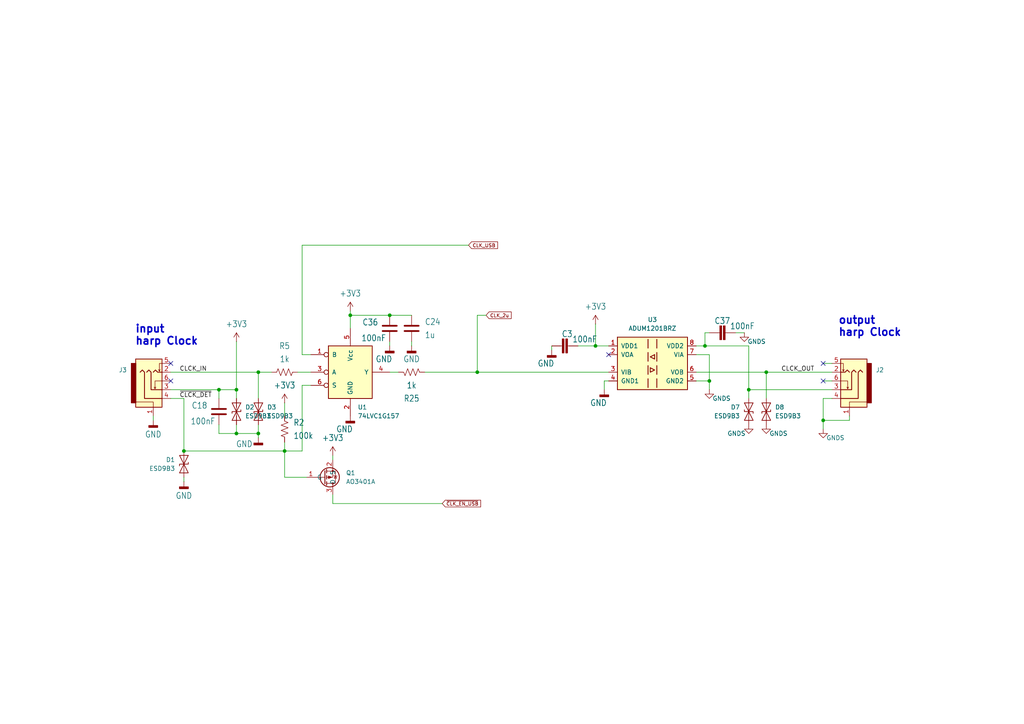
<source format=kicad_sch>
(kicad_sch (version 20250114) (generator "eeschema") (generator_version "9.0")
  (paper "A4")
  (lib_symbols
    (symbol "Connector_Audio:AudioJack3_Ground_SwitchTR"
      (property "Reference" "J3" (at -7.62 1.9049 0))
      (symbol "AudioJack3_Ground_SwitchTR_0_1"
        (rectangle (start -6.35 3.81) (end -5.08 -7.62) (stroke (width 0.254)) (fill (type outline)))
        (rectangle (start -5.08 5.08) (end 2.54 -8.89) (stroke (width 0.254)) (fill (type background)))
        (polyline (pts (xy -1.905 1.27) (xy -1.27 1.905) (xy -0.635 1.27) (xy -0.635 -3.81) (xy 2.54 -3.81)) (stroke (width 0.254)))
        (polyline (pts (xy 0 1.27) (xy 0.635 1.905) (xy 1.27 1.27) (xy 2.54 1.27)) (stroke (width 0.254)))
        (polyline (pts (xy 0 -8.89) (xy 0.0001 -7.3681) (xy -5.0799 -7.3681)))
        (polyline (pts (xy 0.508 -3.556) (xy 0.762 -3.048)))
        (polyline (pts (xy 1.778 1.524) (xy 2.032 2.032)))
        (polyline (pts (xy 2.54 3.81) (xy 1.778 3.81) (xy 1.778 1.524) (xy 1.524 2.032)))
        (polyline (pts (xy 2.54 -1.27) (xy 0.508 -1.27) (xy 0.508 -3.556) (xy 0.254 -3.048)))
        (polyline (pts (xy 2.54 -6.35) (xy -2.54 -6.35) (xy -2.54 1.27) (xy -3.175 1.905) (xy -3.81 1.27)) (stroke (width 0.254)))
      )
      (symbol "AudioJack3_Ground_SwitchTR_1_1"
        (pin passive line (at 0 -11.43 90) (length 2.54) (name "~") (number "1"))
        (pin passive line (at 5.08 3.81 180) (length 2.54) (name "~") (number "5"))
        (pin passive line (at 5.08 1.27 180) (length 2.54) (name "~") (number "2"))
        (pin passive line (at 5.08 -1.27 180) (length 2.54) (name "~") (number "6"))
        (pin passive line (at 5.08 -3.81 180) (length 2.54) (name "~") (number "3"))
        (pin passive line (at 5.08 -6.35 180) (length 2.54) (name "~") (number "4"))
      )
    )
    (symbol "Device:C" (pin_numbers (hide yes)) (pin_names (offset 0.254))
      (property "Reference" "C" (at 0.635 2.54 0))
      (property "Value" "C" (at 0.635 -2.54 0))
      (symbol "C_0_1"
        (polyline (pts (xy -2.032 0.762) (xy 2.032 0.762)) (stroke (width 0.508)))
        (polyline (pts (xy -2.032 -0.762) (xy 2.032 -0.762)) (stroke (width 0.508)))
      )
      (symbol "C_1_1"
        (pin passive line (at 0 3.81 270) (length 2.794) (name "~") (number "1"))
        (pin passive line (at 0 -3.81 90) (length 2.794) (name "~") (number "2"))
      )
    )
    (symbol "Device:R_US" (pin_numbers (hide yes)) (pin_names (offset 0))
      (property "Reference" "R" (at 2.54 0 90))
      (property "Value" "R_US" (at -2.54 0 90))
      (symbol "R_US_0_1"
        (polyline (pts (xy 0 2.286) (xy 0 2.54)))
        (polyline (pts (xy 0 2.286) (xy 1.016 1.905) (xy 0 1.524) (xy -1.016 1.143) (xy 0 0.762)))
        (polyline (pts (xy 0 0.762) (xy 1.016 0.381) (xy 0 0) (xy -1.016 -0.381) (xy 0 -0.762)))
        (polyline (pts (xy 0 -0.762) (xy 1.016 -1.143) (xy 0 -1.524) (xy -1.016 -1.905) (xy 0 -2.286)))
        (polyline (pts (xy 0 -2.286) (xy 0 -2.54)))
      )
      (symbol "R_US_1_1"
        (pin passive line (at 0 3.81 270) (length 1.27) (name "~") (number "1"))
        (pin passive line (at 0 -3.81 90) (length 1.27) (name "~") (number "2"))
      )
    )
    (symbol "Diode:ESD9B3.3ST5G" (pin_numbers (hide yes)) (pin_names (offset 1.016) (hide yes))
      (property "Reference" "D" (at 0 2.54 0))
      (property "Value" "ESD9B3.3ST5G" (at 0 -2.54 0))
      (symbol "ESD9B3.3ST5G_0_1"
        (polyline (pts (xy -2.54 -1.27) (xy 0 0) (xy -2.54 1.27) (xy -2.54 -1.27)) (stroke (width 0.2032)))
        (polyline (pts (xy 0.508 1.27) (xy 0 1.27) (xy 0 -1.27) (xy -0.508 -1.27)) (stroke (width 0.2032)))
        (polyline (pts (xy 1.27 0) (xy -1.27 0)))
        (polyline (pts (xy 2.54 1.27) (xy 2.54 -1.27) (xy 0 0) (xy 2.54 1.27)) (stroke (width 0.2032)))
      )
      (symbol "ESD9B3.3ST5G_1_1"
        (pin passive line (at -3.81 0 0) (length 2.54) (name "A1") (number "1"))
        (pin passive line (at 3.81 0 180) (length 2.54) (name "A2") (number "2"))
      )
    )
    (symbol "FastStepper SymbLib:74LVC1G157" (pin_names (offset 1.016))
      (property "Reference" "U" (at -6.35 8.89 0))
      (property "Value" "74LVC1G157" (at -6.35 -8.89 0))
      (symbol "74LVC1G157_1_0"
        (pin input inverted (at -11.43 5.08 0) (length 5.08) (name "B") (number "1"))
        (pin input inverted (at -11.43 0 0) (length 5.08) (name "A") (number "3"))
        (pin input inverted (at -11.43 -3.81 0) (length 5.08) (name "S") (number "6"))
        (pin power_in line (at 0 12.7 270) (length 5.08) (name "Vcc") (number "5"))
        (pin power_in line (at 0 -12.7 90) (length 5.08) (name "GND") (number "2"))
        (pin output line (at 11.43 0 180) (length 5.08) (name "Y") (number "4"))
      )
      (symbol "74LVC1G157_1_1"
        (rectangle (start -6.35 7.62) (end 6.35 -7.62) (stroke (width 0.254)) (fill (type background)))
      )
    )
    (symbol "FastStepper SymbLib:AO3401A"
      (property "Reference" "Q" (at 5.08 1.905 0))
      (property "Value" "AO3401A" (at 5.08 0 0))
      (symbol "AO3401A_0_1"
        (polyline (pts (xy 0.254 1.905) (xy 0.254 -1.905)) (stroke (width 0.254)))
        (polyline (pts (xy 0.254 0) (xy -2.54 0)))
        (polyline (pts (xy 0.762 2.286) (xy 0.762 1.27)) (stroke (width 0.254)))
        (polyline (pts (xy 0.762 1.778) (xy 3.302 1.778) (xy 3.302 -1.778) (xy 0.762 -1.778)))
        (polyline (pts (xy 0.762 0.508) (xy 0.762 -0.508)) (stroke (width 0.254)))
        (polyline (pts (xy 0.762 -1.27) (xy 0.762 -2.286)) (stroke (width 0.254)))
        (circle (center 1.651 0) (radius 2.794) (stroke (width 0.254)))
        (polyline (pts (xy 2.286 0) (xy 1.27 0.381) (xy 1.27 -0.381) (xy 2.286 0)) (fill (type outline)))
        (polyline (pts (xy 2.54 2.54) (xy 2.54 1.778)))
        (circle (center 2.54 1.778) (radius 0.254) (fill (type outline)))
        (circle (center 2.54 -1.778) (radius 0.254) (fill (type outline)))
        (polyline (pts (xy 2.54 -2.54) (xy 2.54 0) (xy 0.762 0)))
        (polyline (pts (xy 2.794 -0.508) (xy 2.921 -0.381) (xy 3.683 -0.381) (xy 3.81 -0.254)))
        (polyline (pts (xy 3.302 -0.381) (xy 2.921 0.254) (xy 3.683 0.254) (xy 3.302 -0.381)))
      )
      (symbol "AO3401A_1_1"
        (pin input line (at -5.08 0 0) (length 2.54) (name "G") (number "1"))
        (pin passive line (at 2.54 5.08 270) (length 2.54) (name "D") (number "3"))
        (pin passive line (at 2.54 -5.08 90) (length 2.54) (name "S") (number "2"))
      )
    )
    (symbol "Isolator:ADuM1201BR" (pin_names (offset 1.016))
      (property "Reference" "U" (at -10.16 8.89 0))
      (property "Value" "ADuM1201BR" (at -2.032 8.89 0))
      (symbol "ADuM1201BR_0_1"
        (rectangle (start -10.16 7.62) (end 10.16 -7.62) (stroke (width 0.254)) (fill (type background)))
        (polyline (pts (xy -1.27 6.985) (xy -1.27 4.445)) (stroke (width 0.254)))
        (polyline (pts (xy -1.27 3.175) (xy -1.27 0.635)) (stroke (width 0.254)))
        (polyline (pts (xy -1.27 -0.635) (xy -1.27 -3.175)) (stroke (width 0.254)))
        (polyline (pts (xy -1.27 -4.445) (xy -1.27 -6.985)) (stroke (width 0.254)))
        (polyline (pts (xy -0.635 -1.27) (xy -0.635 -2.54) (xy 0.635 -1.905) (xy -0.635 -1.27)) (stroke (width 0.254)))
        (polyline (pts (xy 0.635 2.54) (xy 0.635 1.27) (xy -0.635 1.905) (xy 0.635 2.54)) (stroke (width 0.254)))
        (polyline (pts (xy 1.27 6.985) (xy 1.27 4.445)) (stroke (width 0.254)))
        (polyline (pts (xy 1.27 3.175) (xy 1.27 0.635)) (stroke (width 0.254)))
        (polyline (pts (xy 1.27 -0.635) (xy 1.27 -3.175)) (stroke (width 0.254)))
        (polyline (pts (xy 1.27 -4.445) (xy 1.27 -6.985)) (stroke (width 0.254)))
      )
      (symbol "ADuM1201BR_1_1"
        (pin power_in line (at -12.7 5.08 0) (length 2.54) (name "VDD1") (number "1"))
        (pin output line (at -12.7 2.54 0) (length 2.54) (name "VOA") (number "2"))
        (pin input line (at -12.7 -2.54 0) (length 2.54) (name "VIB") (number "3"))
        (pin power_in line (at -12.7 -5.08 0) (length 2.54) (name "GND1") (number "4"))
        (pin power_in line (at 12.7 5.08 180) (length 2.54) (name "VDD2") (number "8"))
        (pin input line (at 12.7 2.54 180) (length 2.54) (name "VIA") (number "7"))
        (pin output line (at 12.7 -2.54 180) (length 2.54) (name "VOB") (number "6"))
        (pin power_in line (at 12.7 -5.08 180) (length 2.54) (name "GND2") (number "5"))
      )
    )
    (symbol "VestibularH2-eagle-import:C-EUC0402K"
      (property "Reference" "C" (at 1.524 0.381 0))
      (symbol "C-EUC0402K_1_0"
        (rectangle (start -2.032 -1.016) (end 2.032 -0.508) (fill (type outline)))
        (rectangle (start -2.032 -1.016) (end 2.032 -0.508) (fill (type outline)))
        (rectangle (start -2.032 -2.032) (end 2.032 -1.524) (fill (type outline)))
        (rectangle (start -2.032 -2.032) (end 2.032 -1.524) (fill (type outline)))
        (polyline (pts (xy 0 0) (xy 0 -0.508)) (stroke (width 0.1524)))
        (polyline (pts (xy 0 -2.54) (xy 0 -2.032)) (stroke (width 0.1524)))
        (pin passive line (at 0 2.54 270) (length 2.54) (name "1") (number "1"))
        (pin passive line (at 0 -5.08 90) (length 2.54) (name "2") (number "2"))
      )
    )
    (symbol "power:+3V3" (power) (pin_numbers (hide yes)) (pin_names (offset 0) (hide yes))
      (property "Value" "+3V3" (at 0 3.556 0))
      (symbol "+3V3_0_1"
        (polyline (pts (xy -0.762 1.27) (xy 0 2.54)))
        (polyline (pts (xy 0 2.54) (xy 0.762 1.27)))
        (polyline (pts (xy 0 0) (xy 0 2.54)))
      )
      (symbol "+3V3_1_1"
        (pin power_in line (at 0 0 90) (length 0) (name "~") (number "1"))
      )
    )
    (symbol "power:GNDD" (power) (pin_numbers (hide yes)) (pin_names (offset 0) (hide yes))
      (property "Value" "GNDD" (at 0 -3.175 0))
      (symbol "GNDD_0_1"
        (rectangle (start -1.27 -1.524) (end 1.27 -2.032) (stroke (width 0.254)) (fill (type outline)))
        (polyline (pts (xy 0 0) (xy 0 -1.524)))
      )
      (symbol "GNDD_1_1"
        (pin power_in line (at 0 0 270) (length 0) (name "~") (number "1"))
      )
    )
    (symbol "power:GNDS" (power) (pin_numbers (hide yes)) (pin_names (offset 0) (hide yes))
      (property "Value" "GNDS" (at 0 -3.81 0))
      (symbol "GNDS_0_1"
        (polyline (pts (xy 0 0) (xy 0 -1.27) (xy 1.27 -1.27) (xy 0 -2.54) (xy -1.27 -1.27) (xy 0 -1.27)))
      )
      (symbol "GNDS_1_1"
        (pin power_in line (at 0 0 270) (length 0) (name "~") (number "1"))
      )
    )
  )
  (text "output\nharp Clock" (at 243.078 97.79 0) (effects (font (size 2.1844 2.1844) (thickness 0.4369) (bold yes)) (justify left bottom)))
  (text "input\nharp Clock" (at 39.116 100.33 0) (effects (font (size 2.1844 2.1844) (thickness 0.4369) (bold yes)) (justify left bottom)))
  (junction (at 204.47 100.33))
  (junction (at 63.5 113.03))
  (junction (at 172.72 100.33))
  (junction (at 205.74 110.49))
  (junction (at 113.03 91.44))
  (junction (at 74.93 107.95))
  (junction (at 68.58 113.03))
  (junction (at 68.58 125.73))
  (junction (at 217.17 113.03))
  (junction (at 74.93 125.73))
  (junction (at 238.76 121.92))
  (junction (at 222.25 107.95))
  (junction (at 138.43 107.95))
  (junction (at 101.6 91.44))
  (junction (at 53.34 130.81))
  (junction (at 82.55 130.81))
  (no_connect (at 238.76 105.41))
  (no_connect (at 49.53 110.49))
  (no_connect (at 176.53 102.87))
  (no_connect (at 49.53 105.41))
  (no_connect (at 238.76 110.49))
  (wire (pts (xy 222.25 107.95) (xy 222.25 115.57)))
  (wire (pts (xy 201.93 107.95) (xy 222.25 107.95)))
  (wire (pts (xy 238.76 105.41) (xy 241.3 105.41)))
  (wire (pts (xy 241.3 115.57) (xy 238.76 115.57)))
  (wire (pts (xy 87.63 111.76) (xy 90.17 111.76)))
  (wire (pts (xy 63.5 123.19) (xy 63.5 125.73)))
  (wire (pts (xy 119.38 99.06) (xy 119.38 100.33)) (stroke (width 0.1524)))
  (wire (pts (xy 238.76 121.92) (xy 246.38 121.92)))
  (wire (pts (xy 101.6 91.44) (xy 101.6 95.25)))
  (wire (pts (xy 53.34 139.7) (xy 53.34 138.43)))
  (wire (pts (xy 217.17 113.03) (xy 241.3 113.03)))
  (wire (pts (xy 90.17 102.87) (xy 87.63 102.87)))
  (wire (pts (xy 96.52 146.05) (xy 128.27 146.05)))
  (wire (pts (xy 201.93 100.33) (xy 204.47 100.33)))
  (wire (pts (xy 205.74 110.49) (xy 205.74 113.03)))
  (wire (pts (xy 82.55 116.84) (xy 82.55 120.65)))
  (wire (pts (xy 222.25 107.95) (xy 241.3 107.95)))
  (wire (pts (xy 217.17 115.57) (xy 217.17 113.03)))
  (wire (pts (xy 172.72 100.33) (xy 172.72 93.98)))
  (wire (pts (xy 101.6 91.44) (xy 113.03 91.44)))
  (wire (pts (xy 90.17 107.95) (xy 86.36 107.95)))
  (wire (pts (xy 49.53 107.95) (xy 74.93 107.95)))
  (wire (pts (xy 49.53 113.03) (xy 63.5 113.03)))
  (wire (pts (xy 205.74 102.87) (xy 205.74 110.49)))
  (wire (pts (xy 238.76 115.57) (xy 238.76 121.92)))
  (wire (pts (xy 138.43 91.44) (xy 138.43 107.95)))
  (wire (pts (xy 82.55 128.27) (xy 82.55 130.81)))
  (wire (pts (xy 113.03 100.33) (xy 113.03 99.06)))
  (wire (pts (xy 74.93 107.95) (xy 78.74 107.95)))
  (wire (pts (xy 74.93 125.73) (xy 74.93 123.19)))
  (wire (pts (xy 113.03 107.95) (xy 115.57 107.95)))
  (wire (pts (xy 68.58 123.19) (xy 68.58 125.73)))
  (wire (pts (xy 204.47 96.52) (xy 205.74 96.52)))
  (wire (pts (xy 140.97 91.44) (xy 138.43 91.44)))
  (wire (pts (xy 82.55 130.81) (xy 87.63 130.81)))
  (wire (pts (xy 213.36 96.52) (xy 215.9 96.52)) (stroke (width 0.1524)))
  (wire (pts (xy 87.63 102.87) (xy 87.63 71.12)))
  (wire (pts (xy 201.93 102.87) (xy 205.74 102.87)))
  (wire (pts (xy 238.76 110.49) (xy 241.3 110.49)))
  (wire (pts (xy 175.26 110.49) (xy 176.53 110.49)))
  (wire (pts (xy 123.19 107.95) (xy 138.43 107.95)))
  (wire (pts (xy 63.5 125.73) (xy 68.58 125.73)))
  (wire (pts (xy 53.34 115.57) (xy 53.34 130.81)))
  (wire (pts (xy 68.58 99.06) (xy 68.58 113.03)))
  (wire (pts (xy 204.47 100.33) (xy 204.47 96.52)))
  (wire (pts (xy 63.5 113.03) (xy 63.5 115.57)))
  (wire (pts (xy 204.47 100.33) (xy 217.17 100.33)))
  (wire (pts (xy 138.43 107.95) (xy 176.53 107.95)))
  (wire (pts (xy 68.58 113.03) (xy 68.58 115.57)))
  (wire (pts (xy 82.55 130.81) (xy 82.55 138.43)))
  (wire (pts (xy 167.64 100.33) (xy 172.72 100.33)))
  (wire (pts (xy 176.53 100.33) (xy 172.72 100.33)))
  (wire (pts (xy 175.26 113.03) (xy 175.26 110.49)))
  (wire (pts (xy 205.74 110.49) (xy 201.93 110.49)))
  (wire (pts (xy 49.53 115.57) (xy 53.34 115.57)))
  (wire (pts (xy 87.63 71.12) (xy 135.89 71.12)))
  (wire (pts (xy 87.63 130.81) (xy 87.63 111.76)))
  (wire (pts (xy 96.52 132.08) (xy 96.52 133.35)))
  (wire (pts (xy 82.55 130.81) (xy 53.34 130.81)))
  (wire (pts (xy 63.5 113.03) (xy 68.58 113.03)))
  (wire (pts (xy 74.93 125.73) (xy 74.93 127)))
  (wire (pts (xy 246.38 121.92) (xy 246.38 120.65)))
  (wire (pts (xy 238.76 121.92) (xy 238.76 124.46)))
  (wire (pts (xy 44.45 121.92) (xy 44.45 120.65)))
  (wire (pts (xy 96.52 143.51) (xy 96.52 146.05)))
  (wire (pts (xy 82.55 138.43) (xy 88.9 138.43)))
  (wire (pts (xy 113.03 91.44) (xy 119.38 91.44)))
  (wire (pts (xy 101.6 90.17) (xy 101.6 91.44)))
  (wire (pts (xy 74.93 115.57) (xy 74.93 107.95)))
  (wire (pts (xy 217.17 113.03) (xy 217.17 100.33)))
  (wire (pts (xy 68.58 125.73) (xy 74.93 125.73)))
  (wire (pts (xy 160.02 100.33) (xy 160.02 101.6)))
  (label "~{CLCK_DET}" (at 52.07 115.57 0))
  (label "CLCK_OUT" (at 236.22 107.95 180))
  (label "CLCK_IN" (at 52.07 107.95 0))
  (global_label "CLK_USB" (shape input) (at 135.89 71.12 0) (effects (font (size 0.9957 0.9957))) (property "Intersheetrefs" "${INTERSHEET_REFS}" (effects (hide yes))))
  (global_label "CLK_2u" (shape input) (at 140.97 91.44 0) (effects (font (size 0.9957 0.9957))) (property "Intersheetrefs" "${INTERSHEET_REFS}" (effects (hide yes))))
  (global_label "~{CLK_EN_USB}" (shape input) (at 128.27 146.05 0) (effects (font (size 0.9957 0.9957))) (property "Intersheetrefs" "${INTERSHEET_REFS}" (effects (hide yes))))
  (symbol (lib_id "Device:C") (at 63.5 119.38 0) (mirror x) (unit 1)
    (property "Reference" "C18" (at 60.198 117.602 0) (effects (font (size 1.778 1.5113)) (justify right)))
    (property "Value" "100nF" (at 62.484 122.174 0) (effects (font (size 1.778 1.5113)) (justify right)))
    (property "Footprint" "Capacitor_SMD:C_0402_1005Metric" (effects (hide yes)))
    (property "MPN" "CGA2B3X7R1H104K050BB" (effects (hide yes)))
    (property "OEPSPN" "OEPS010016" (effects (hide yes)))
  )
  (symbol (lib_id "Diode:ESD9B3.3ST5G") (at 68.58 119.38 270) (mirror x) (unit 1)
    (property "Reference" "D2" (at 71.12 118.1099 90) (effects (justify left)))
    (property "Value" "ESD9B3" (at 71.12 120.6499 90) (effects (justify left)))
    (property "Footprint" "Diode_SMD:D_SOD-923" (effects (hide yes)))
    (property "Datasheet" "https://www.onsemi.com/pub/Collateral/ESD9B-D.PDF" (effects (hide yes)))
    (property "Description" "ESD protection diode, 3.3Vrwm, SOD-923" (effects (hide yes)))
    (property "OEPSPN" "OEPS030039" (effects (hide yes)))
    (property "MPN" "ESD9B3.3ST5G" (effects (hide yes)))
  )
  (symbol (lib_id "power:GNDD") (at 44.45 121.92 0) (unit 1)
    (property "Reference" "#GND143" (effects (hide yes)))
    (property "Value" "GND" (at 44.45 125.984 0) (effects (font (size 1.778 1.5113))))
  )
  (symbol (lib_id "power:GNDS") (at 238.76 124.46 0) (unit 1)
    (property "Reference" "#PWR015" (effects (hide yes)))
    (property "Value" "GNDS" (at 242.316 127 0))
    (property "Description" "Power symbol creates a global label with name \"GNDS\" , signal ground" (effects (hide yes)))
  )
  (symbol (lib_id "FastStepper SymbLib:AO3401A") (at 93.98 138.43 0) (mirror x) (unit 1)
    (property "Reference" "Q1" (at 100.33 137.1599 0) (effects (justify left)))
    (property "Value" "AO3401A" (at 100.33 139.6999 0) (effects (justify left)))
    (property "Footprint" "Package_TO_SOT_SMD:TSOT-23" (effects (hide yes)))
    (property "Description" "30V P-Channel MOSFET" (effects (hide yes)))
    (property "OEPSPN" "OEPS060021" (effects (hide yes)))
    (property "MPN" "AO3401A" (effects (hide yes)))
  )
  (symbol (lib_id "Diode:ESD9B3.3ST5G") (at 53.34 134.62 270) (mirror x) (unit 1)
    (property "Reference" "D1" (at 50.8 133.3499 90) (effects (justify right)))
    (property "Value" "ESD9B3" (at 50.8 135.8899 90) (effects (justify right)))
    (property "Footprint" "Diode_SMD:D_SOD-923" (effects (hide yes)))
    (property "Datasheet" "https://www.onsemi.com/pub/Collateral/ESD9B-D.PDF" (effects (hide yes)))
    (property "Description" "ESD protection diode, 3.3Vrwm, SOD-923" (effects (hide yes)))
    (property "OEPSPN" "OEPS030039" (effects (hide yes)))
    (property "MPN" "ESD9B3.3ST5G" (effects (hide yes)))
  )
  (symbol (lib_id "power:+3V3") (at 172.72 93.98 0) (unit 1)
    (property "Reference" "#+3V022" (effects (hide yes)))
    (property "Value" "+3V3" (at 172.72 88.9 0) (effects (font (size 1.778 1.5113))))
  )
  (symbol (lib_id "Connector_Audio:AudioJack3_Ground_SwitchTR") (at 44.45 109.22 0) (unit 1)
    (property "Reference" "J3" (at 36.83 107.3151 0) (effects (justify right)))
    (property "Value" "PJ-316A-6A" (effects (hide yes)))
    (property "Footprint" "FastStepper PCBLib:Jack_3.5mm_PJ316A_Horizontal" (effects (hide yes)))
    (property "Description" "3.5mm Headphone Jack 30V 500mA SMD Audio Connectors ROHS" (effects (hide yes)))
    (property "MPN" "PJ-316A-6A" (effects (hide yes)))
    (property "OEPSPN" "OEPS070129" (effects (hide yes)))
  )
  (symbol (lib_id "power:GNDS") (at 222.25 123.19 0) (unit 1)
    (property "Reference" "#PWR019" (effects (hide yes)))
    (property "Value" "GNDS" (at 225.806 125.73 0))
    (property "Description" "Power symbol creates a global label with name \"GNDS\" , signal ground" (effects (hide yes)))
  )
  (symbol (lib_id "Device:R_US") (at 119.38 107.95 270) (mirror x) (unit 1)
    (property "Reference" "R25" (at 119.38 115.57 90) (effects (font (size 1.778 1.5113))))
    (property "Value" "1k" (at 119.38 111.76 90) (effects (font (size 1.778 1.5113))))
    (property "Footprint" "Resistor_SMD:R_0402_1005Metric" (effects (hide yes)))
    (property "MPN" "ERJ-2RKF1001X" (effects (hide yes)))
    (property "OEPSPN" "OEPS020006" (effects (hide yes)))
  )
  (symbol (lib_id "Connector_Audio:AudioJack3_Ground_SwitchTR") (at 246.38 109.22 0) (mirror y) (unit 1)
    (property "Reference" "J2" (at 254 107.3151 0) (effects (justify right)))
    (property "Value" "PJ-316A-6A" (effects (hide yes)))
    (property "Footprint" "FastStepper PCBLib:Jack_3.5mm_PJ316A_Horizontal" (effects (hide yes)))
    (property "Description" "3.5mm Headphone Jack 30V 500mA SMD Audio Connectors ROHS" (effects (hide yes)))
    (property "MPN" "PJ-316A-6A" (effects (hide yes)))
    (property "OEPSPN" "OEPS070129" (effects (hide yes)))
  )
  (symbol (lib_id "Device:R_US") (at 82.55 107.95 270) (unit 1)
    (property "Reference" "R5" (at 82.55 100.33 90) (effects (font (size 1.778 1.5113))))
    (property "Value" "1k" (at 82.55 104.14 90) (effects (font (size 1.778 1.5113))))
    (property "Footprint" "Resistor_SMD:R_0402_1005Metric" (effects (hide yes)))
    (property "MPN" "ERJ-2RKF1001X" (effects (hide yes)))
    (property "OEPSPN" "OEPS020006" (effects (hide yes)))
  )
  (symbol (lib_id "FastStepper SymbLib:74LVC1G157") (at 101.6 107.95 0) (unit 1)
    (property "Reference" "U1" (at 103.7433 118.11 0) (effects (justify left)))
    (property "Value" "74LVC1G157" (at 103.7433 120.65 0) (effects (justify left)))
    (property "Footprint" "Package_SO:TSOP-6_1.65x3.05mm_P0.95mm" (effects (hide yes)))
    (property "Description" "single 2-input multiplexer" (effects (hide yes)))
    (property "MPN" "74LVC1G157GV,125" (effects (hide yes)))
    (property "OEPSPN" "OEPS080170" (effects (hide yes)))
  )
  (symbol (lib_id "Isolator:ADuM1201BR") (at 189.23 105.41 0) (unit 1)
    (property "Reference" "U3" (at 189.23 92.71 0))
    (property "Value" "ADUM1201BRZ" (at 189.23 95.25 0))
    (property "Footprint" "Package_SO:SOIC-8_3.9x4.9mm_P1.27mm" (effects (hide yes)))
    (property "Datasheet" "https://www.analog.com/static/imported-files/data_sheets/ADuM1200_1201.pdf" (effects (hide yes)))
    (property "Description" "Dual-Channel Digital Isolator, 10Mbps 50ns, bidirectional communication, 3V/5V level translation, SOIC-8" (effects (hide yes)))
    (property "OEPSPN" "OEPS080172" (effects (hide yes)))
    (property "MPN" "ADUM1201BRZ" (effects (hide yes)))
  )
  (symbol (lib_id "power:GNDD") (at 175.26 113.03 0) (unit 1)
    (property "Reference" "#GND080" (effects (hide yes)))
    (property "Value" "GND" (at 176.022 116.84 0) (effects (font (size 1.778 1.5113)) (justify right)))
  )
  (symbol (lib_id "Diode:ESD9B3.3ST5G") (at 74.93 119.38 270) (mirror x) (unit 1)
    (property "Reference" "D3" (at 77.47 118.1099 90) (effects (justify left)))
    (property "Value" "ESD9B3" (at 77.47 120.6499 90) (effects (justify left)))
    (property "Footprint" "Diode_SMD:D_SOD-923" (effects (hide yes)))
    (property "Datasheet" "https://www.onsemi.com/pub/Collateral/ESD9B-D.PDF" (effects (hide yes)))
    (property "Description" "ESD protection diode, 3.3Vrwm, SOD-923" (effects (hide yes)))
    (property "OEPSPN" "OEPS030039" (effects (hide yes)))
    (property "MPN" "ESD9B3.3ST5G" (effects (hide yes)))
  )
  (symbol (lib_id "power:GNDD") (at 119.38 100.33 0) (unit 1)
    (property "Reference" "#GND55" (effects (hide yes)))
    (property "Value" "GND" (at 119.38 104.14 0) (effects (font (size 1.778 1.5113))))
  )
  (symbol (lib_id "power:GNDD") (at 113.03 100.33 0) (unit 1)
    (property "Reference" "#GND012" (effects (hide yes)))
    (property "Value" "GND" (at 113.792 104.14 0) (effects (font (size 1.778 1.5113)) (justify right)))
  )
  (symbol (lib_id "power:GNDD") (at 53.34 139.7 0) (unit 1)
    (property "Reference" "#GND075" (effects (hide yes)))
    (property "Value" "GND" (at 53.34 143.764 0) (effects (font (size 1.778 1.5113))))
  )
  (symbol (lib_id "Diode:ESD9B3.3ST5G") (at 217.17 119.38 90) (unit 1)
    (property "Reference" "D7" (at 214.63 118.1099 90) (effects (justify left)))
    (property "Value" "ESD9B3" (at 214.63 120.6499 90) (effects (justify left)))
    (property "Footprint" "Diode_SMD:D_SOD-923" (effects (hide yes)))
    (property "Datasheet" "https://www.onsemi.com/pub/Collateral/ESD9B-D.PDF" (effects (hide yes)))
    (property "Description" "ESD protection diode, 3.3Vrwm, SOD-923" (effects (hide yes)))
    (property "OEPSPN" "OEPS030039" (effects (hide yes)))
    (property "MPN" "ESD9B3.3ST5G" (effects (hide yes)))
  )
  (symbol (lib_id "power:+3V3") (at 82.55 116.84 0) (unit 1)
    (property "Reference" "#+3V020" (effects (hide yes)))
    (property "Value" "+3V3" (at 82.55 111.76 0) (effects (font (size 1.778 1.5113))))
  )
  (symbol (lib_id "Diode:ESD9B3.3ST5G") (at 222.25 119.38 270) (mirror x) (unit 1)
    (property "Reference" "D8" (at 224.79 118.1099 90) (effects (justify left)))
    (property "Value" "ESD9B3" (at 224.79 120.6499 90) (effects (justify left)))
    (property "Footprint" "Diode_SMD:D_SOD-923" (effects (hide yes)))
    (property "Datasheet" "https://www.onsemi.com/pub/Collateral/ESD9B-D.PDF" (effects (hide yes)))
    (property "Description" "ESD protection diode, 3.3Vrwm, SOD-923" (effects (hide yes)))
    (property "OEPSPN" "OEPS030039" (effects (hide yes)))
    (property "MPN" "ESD9B3.3ST5G" (effects (hide yes)))
  )
  (symbol (lib_id "power:GNDD") (at 101.6 120.65 0) (unit 1)
    (property "Reference" "#GND056" (effects (hide yes)))
    (property "Value" "GND" (at 102.362 124.46 0) (effects (font (size 1.778 1.5113)) (justify right)))
  )
  (symbol (lib_id "power:+3V3") (at 68.58 99.06 0) (unit 1)
    (property "Reference" "#+3V03" (effects (hide yes)))
    (property "Value" "+3V3" (at 68.58 93.98 0) (effects (font (size 1.778 1.5113))))
  )
  (symbol (lib_id "power:+3V3") (at 101.6 90.17 0) (unit 1)
    (property "Reference" "#+3V019" (effects (hide yes)))
    (property "Value" "+3V3" (at 101.6 85.09 0) (effects (font (size 1.778 1.5113))))
  )
  (symbol (lib_id "power:GNDS") (at 205.74 113.03 0) (unit 1)
    (property "Reference" "#PWR014" (effects (hide yes)))
    (property "Value" "GNDS" (at 209.296 115.57 0))
    (property "Description" "Power symbol creates a global label with name \"GNDS\" , signal ground" (effects (hide yes)))
  )
  (symbol (lib_id "Device:C") (at 113.03 95.25 0) (mirror x) (unit 1)
    (property "Reference" "C36" (at 109.728 93.472 0) (effects (font (size 1.778 1.5113)) (justify right)))
    (property "Value" "100nF" (at 112.014 98.044 0) (effects (font (size 1.778 1.5113)) (justify right)))
    (property "Footprint" "Capacitor_SMD:C_0402_1005Metric" (effects (hide yes)))
    (property "MPN" "CGA2B3X7R1H104K050BB" (effects (hide yes)))
    (property "OEPSPN" "OEPS010016" (effects (hide yes)))
  )
  (symbol (lib_id "power:+3V3") (at 96.52 132.08 0) (unit 1)
    (property "Reference" "#+3V021" (effects (hide yes)))
    (property "Value" "+3V3" (at 96.52 127 0) (effects (font (size 1.778 1.5113))))
  )
  (symbol (lib_id "Device:R_US") (at 82.55 124.46 0) (unit 1)
    (property "Reference" "R2" (at 85.09 122.555 0) (effects (font (size 1.778 1.5113)) (justify left)))
    (property "Value" "100k" (at 85.09 126.365 0) (effects (font (size 1.778 1.5113)) (justify left)))
    (property "Footprint" "Resistor_SMD:R_0402_1005Metric" (effects (hide yes)))
    (property "MPN" "ERJ-2RKF1003X" (effects (hide yes)))
    (property "OEPSPN" "OEPS020019" (effects (hide yes)))
  )
  (symbol (lib_id "power:GNDS") (at 215.9 96.52 0) (unit 1)
    (property "Reference" "#PWR013" (effects (hide yes)))
    (property "Value" "GNDS" (at 219.456 99.06 0))
    (property "Description" "Power symbol creates a global label with name \"GNDS\" , signal ground" (effects (hide yes)))
  )
  (symbol (lib_id "power:GNDD") (at 160.02 101.6 0) (unit 1)
    (property "Reference" "#GND081" (effects (hide yes)))
    (property "Value" "GND" (at 160.782 105.41 0) (effects (font (size 1.778 1.5113)) (justify right)))
  )
  (symbol (lib_id "power:GNDS") (at 217.17 123.19 0) (mirror y) (unit 1)
    (property "Reference" "#PWR018" (effects (hide yes)))
    (property "Value" "GNDS" (at 213.614 125.73 0))
    (property "Description" "Power symbol creates a global label with name \"GNDS\" , signal ground" (effects (hide yes)))
  )
  (symbol (lib_id "power:GNDD") (at 74.93 127 0) (unit 1)
    (property "Reference" "#GND08" (effects (hide yes)))
    (property "Value" "GND" (at 70.866 128.778 0) (effects (font (size 1.778 1.5113))))
  )
  (symbol (lib_id "Device:C") (at 119.38 95.25 0) (mirror y) (unit 1)
    (property "Reference" "C24" (at 123.19 93.345 0) (effects (font (size 1.778 1.5113)) (justify right)))
    (property "Value" "1u" (at 123.19 97.155 0) (effects (font (size 1.778 1.5113)) (justify right)))
    (property "Footprint" "Capacitor_SMD:C_0603_1608Metric" (effects (hide yes)))
    (property "MPN" "CL10A105KA8NNNC" (effects (hide yes)))
    (property "OEPSPN" "OEPS010022" (effects (hide yes)))
  )
  (symbol (lib_id "VestibularH2-eagle-import:C-EUC0402K") (at 208.28 96.52 90) (unit 1)
    (property "Reference" "C37" (at 211.836 92.075 90) (effects (font (size 1.778 1.5113)) (justify left bottom)))
    (property "Value" "100nF" (at 218.948 93.599 90) (effects (font (size 1.778 1.5113)) (justify left bottom)))
    (property "Footprint" "Capacitor_SMD:C_0402_1005Metric" (effects (hide yes)))
    (property "MPN" "CGA2B3X7R1H104K050BB" (effects (hide yes)))
    (property "OEPSPN" "OEPS010016" (effects (hide yes)))
  )
  (symbol (lib_id "VestibularH2-eagle-import:C-EUC0402K") (at 162.56 100.33 90) (unit 1)
    (property "Reference" "C3" (at 166.116 95.885 90) (effects (font (size 1.778 1.5113)) (justify left bottom)))
    (property "Value" "100nF" (at 173.228 97.409 90) (effects (font (size 1.778 1.5113)) (justify left bottom)))
    (property "Footprint" "Capacitor_SMD:C_0402_1005Metric" (effects (hide yes)))
    (property "MPN" "CGA2B3X7R1H104K050BB" (effects (hide yes)))
    (property "OEPSPN" "OEPS010016" (effects (hide yes)))
  )
)
</source>
